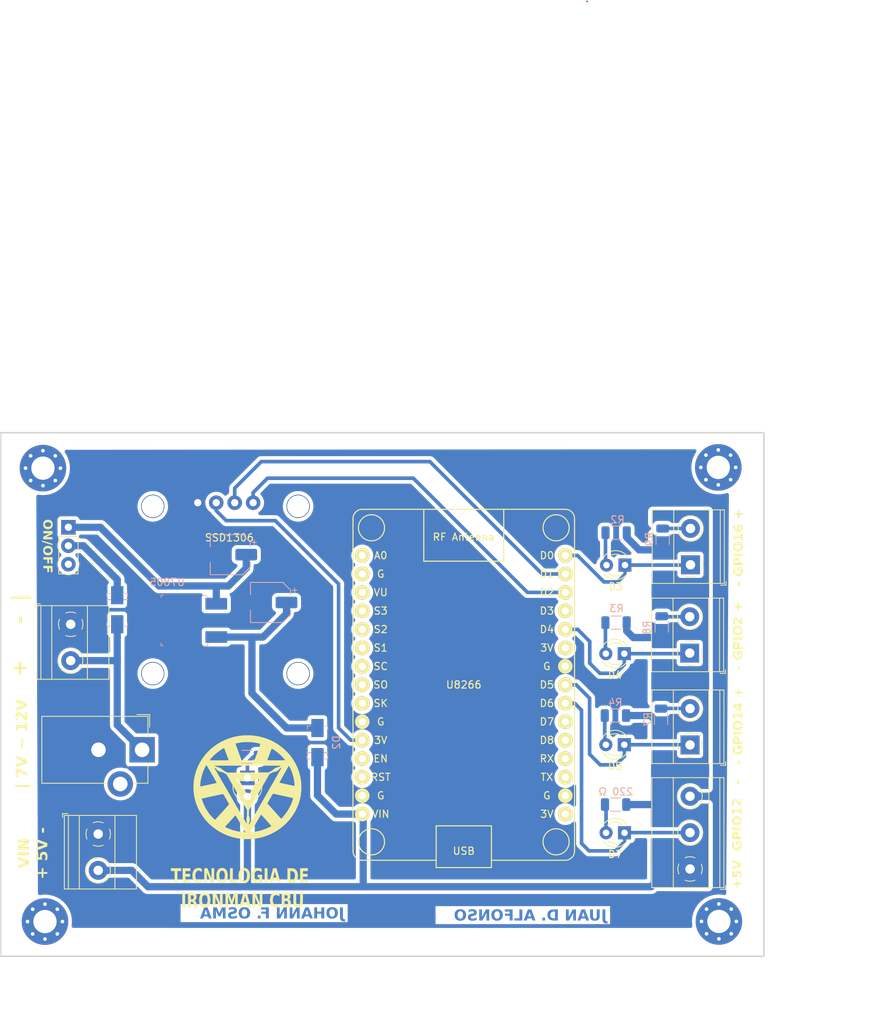
<source format=kicad_pcb>
(kicad_pcb (version 20221018) (generator pcbnew)
  (layers (0 "F.Cu" signal) (31 "B.Cu" signal) (34 "B.Paste" user) (35 "F.Paste" user) (36 "B.SilkS" user "B.Silkscreen") (37 "F.SilkS" user "F.Silkscreen") (38 "B.Mask" user) (39 "F.Mask" user) (44 "Edge.Cuts" user))
  (net 0 "")
  (net 1 "GND")
  (net 2 "+3.3V")
  (net 3 "SCL")
  (net 4 "SDA")
  (net 5 "VCC")
  (net 6 "+5V")
  (net 7 "DOUT")
  (net 8 "D4")
  (net 9 "D5")
  (net 10 "D6")
  (net 11 "Net-(D6-K)")
  (net 12 "VIN")
  (net 31 "Net-(J4-Pin_2)")
  (net 32 "Net-(J5-Pin_2)")
  (net 33 "Net-(J6-Pin_2)")
  (net 34 "Net-(D3-A)")
  (net 35 "Net-(D4-A)")
  (net 36 "Net-(D5-A)")
  (net 37 "Net-(D7-A)")
  (net 38 "D0")
  (footprint "LED_THT:LED_D3.0mm" (layer "F.Cu") (at 100.57 82.03 -90)
    (fp_text reference "D6" hide)
    (fp_text value "LED POWER" hide)
    (pad "1" thru_hole rect (at 0 0 270) (size 2 2) (drill 1) (layers "*.Cu" "*.Mask") (net 11 "Net-(D6-K)"))
    (pad "2" thru_hole circle (at 2.54 0 270) (size 2 2) (drill 1) (layers "*.Cu" "*.Mask") (net 6 "+5V"))
  )
  (footprint "TerminalBlock_Phoenix:TerminalBlock_Phoenix_MKDS-1,5-2_1x02_P5.00mm_Horizontal" (layer "F.Cu") (at 76.255 60.9 -90)
    (fp_text reference "J2" hide)
    (fp_text value "VIN" hide)
    (pad "1" thru_hole rect (at 0 0 270) (size 2.6 2.6) (drill 1.3) (layers "*.Cu" "*.Mask") (net 1 "GND"))
    (pad "2" thru_hole circle (at 5 0 270) (size 2.6 2.6) (drill 1.3) (layers "*.Cu" "*.Mask") (net 12 "VIN"))
  )
  (footprint "TerminalBlock_Phoenix:TerminalBlock_Phoenix_MKDS-1,5-2_1x02_P5.00mm_Horizontal" (layer "F.Cu") (at 161.43 64.86 90)
    (fp_text reference "J5" hide)
    (fp_text value "GPIO2" hide)
    (pad "1" thru_hole rect (at 0 0 90) (size 2.6 2.6) (drill 1.3) (layers "*.Cu" "*.Mask") (net 8 "D4"))
    (pad "2" thru_hole circle (at 5 0 90) (size 2.6 2.6) (drill 1.3) (layers "*.Cu" "*.Mask") (net 32 "Net-(J5-Pin_2)"))
  )
  (footprint "TerminalBlock_Phoenix:TerminalBlock_Phoenix_MKDS-1,5-3_1x03_P5.00mm_Horizontal" (layer "F.Cu") (at 161.47 94.55 90)
    (fp_text reference "J3" hide)
    (fp_text value "Screw_Terminal_01x03" hide)
    (pad "1" thru_hole rect (at 0 0 90) (size 2.6 2.6) (drill 1.3) (layers "*.Cu" "*.Mask") (net 6 "+5V"))
    (pad "2" thru_hole circle (at 5 0 90) (size 2.6 2.6) (drill 1.3) (layers "*.Cu" "*.Mask") (net 10 "D6"))
    (pad "3" thru_hole circle (at 10 0 90) (size 2.6 2.6) (drill 1.3) (layers "*.Cu" "*.Mask") (net 1 "GND"))
  )
  (footprint "MountingHole:MountingHole_3.2mm_M3_Pad_Via" (layer "F.Cu") (at 72.44 39.43)
    (fp_text reference "H3" hide)
    (fp_text value "MountingHole")
    (pad "1" thru_hole circle (at -2.4 0) (size 0.8 0.8) (drill 0.5) (layers "*.Cu" "*.Mask"))
    (pad "1" thru_hole circle (at -1.697056 -1.697056) (size 0.8 0.8) (drill 0.5) (layers "*.Cu" "*.Mask"))
    (pad "1" thru_hole circle (at -1.697056 1.697056) (size 0.8 0.8) (drill 0.5) (layers "*.Cu" "*.Mask"))
    (pad "1" thru_hole circle (at 0 -2.4) (size 0.8 0.8) (drill 0.5) (layers "*.Cu" "*.Mask"))
    (pad "1" thru_hole circle (at 0 0) (size 6.4 6.4) (drill 3.2) (layers "*.Cu" "*.Mask"))
    (pad "1" thru_hole circle (at 0 2.4) (size 0.8 0.8) (drill 0.5) (layers "*.Cu" "*.Mask"))
    (pad "1" thru_hole circle (at 1.697056 -1.697056) (size 0.8 0.8) (drill 0.5) (layers "*.Cu" "*.Mask"))
    (pad "1" thru_hole circle (at 1.697056 1.697056) (size 0.8 0.8) (drill 0.5) (layers "*.Cu" "*.Mask"))
    (pad "1" thru_hole circle (at 2.4 0) (size 0.8 0.8) (drill 0.5) (layers "*.Cu" "*.Mask"))
  )
  (footprint "Connector_PinHeader_2.54mm:PinHeader_1x03_P2.54mm_Vertical" (layer "F.Cu") (at 75.94 47.56)
    (fp_text reference "SW1" hide)
    (fp_text value "SWICH" hide)
    (pad "1" thru_hole rect (at 0 0) (size 2 2) (drill 1) (layers "*.Cu" "*.Mask") (net 5 "VCC"))
    (pad "2" thru_hole circle (at 0 2.54) (size 2 2) (drill 1) (layers "*.Cu" "*.Mask") (net 7 "DOUT"))
    (pad "3" thru_hole circle (at 0 5.08) (size 2 2) (drill 1) (layers "*.Cu" "*.Mask"))
  )
  (footprint "LED_THT:LED_D3.0mm_FlatTop" (layer "F.Cu") (at 152.455 89.57 180)
    (fp_text reference "D7" (at 1.27 -2.96) (layer "F.SilkS"))
    (fp_text value "LED COMANDOS")
    (pad "1" thru_hole rect (at 0 0 180) (size 1.8 1.8) (drill 0.9) (layers "*.Cu" "*.Mask") (net 10 "D6"))
    (pad "2" thru_hole circle (at 2.54 0 180) (size 1.8 1.8) (drill 0.9) (layers "*.Cu" "*.Mask") (net 37 "Net-(D7-A)"))
  )
  (footprint "FootPrints oled:OLED" (layer "F.Cu") (at 97.55 44.68)
    (fp_text reference "Brd1" hide)
    (fp_text value "SSD1306" (at 0.54 4.31) (layer "F.SilkS"))
    (pad "" np_thru_hole circle (at -10 0) (size 3.2 3.2) (drill 3) (layers "*.Cu" "*.Mask"))
    (pad "" np_thru_hole circle (at -10 23) (size 3.2 3.2) (drill 3) (layers "*.Cu" "*.Mask"))
    (pad "" np_thru_hole circle (at 10 0) (size 3.2 3.2) (drill 3) (layers "*.Cu" "*.Mask"))
    (pad "" np_thru_hole circle (at 10 23) (size 3.2 3.2) (drill 3) (layers "*.Cu" "*.Mask"))
    (pad "1" thru_hole circle (at -3.81 -0.5) (size 2 2) (drill 1) (layers "*.Cu" "*.Mask") (net 1 "GND"))
    (pad "2" thru_hole circle (at -1.27 -0.5) (size 2 2) (drill 1) (layers "*.Cu" "*.Mask") (net 2 "+3.3V"))
    (pad "3" thru_hole circle (at 1.27 -0.5) (size 2 2) (drill 1) (layers "*.Cu" "*.Mask") (net 3 "SCL"))
    (pad "4" thru_hole circle (at 3.81 -0.5) (size 2 2) (drill 1) (layers "*.Cu" "*.Mask") (net 4 "SDA"))
  )
  (footprint "TerminalBlock_Phoenix:TerminalBlock_Phoenix_MKDS-1,5-2_1x02_P5.00mm_Horizontal" (layer "F.Cu") (at 80.041836 89.739885 -90)
    (fp_text reference "J7" hide)
    (fp_text value "VIN" hide)
    (pad "1" thru_hole rect (at 0 0 270) (size 2.6 2.6) (drill 1.3) (layers "*.Cu" "*.Mask") (net 1 "GND"))
    (pad "2" thru_hole circle (at 5 0 270) (size 2.6 2.6) (drill 1.3) (layers "*.Cu" "*.Mask") (net 6 "+5V"))
  )
  (footprint "MountingHole:MountingHole_3.2mm_M3_Pad_Via" (layer "F.Cu") (at 72.72 101.78)
    (fp_text reference "H4" hide)
    (fp_text value "MountingHole")
    (pad "1" thru_hole circle (at -2.4 0) (size 0.8 0.8) (drill 0.5) (layers "*.Cu" "*.Mask"))
    (pad "1" thru_hole circle (at -1.697056 -1.697056) (size 0.8 0.8) (drill 0.5) (layers "*.Cu" "*.Mask"))
    (pad "1" thru_hole circle (at -1.697056 1.697056) (size 0.8 0.8) (drill 0.5) (layers "*.Cu" "*.Mask"))
    (pad "1" thru_hole circle (at 0 -2.4) (size 0.8 0.8) (drill 0.5) (layers "*.Cu" "*.Mask"))
    (pad "1" thru_hole circle (at 0 0) (size 6.4 6.4) (drill 3.2) (layers "*.Cu" "*.Mask"))
    (pad "1" thru_hole circle (at 0 2.4) (size 0.8 0.8) (drill 0.5) (layers "*.Cu" "*.Mask"))
    (pad "1" thru_hole circle (at 1.697056 -1.697056) (size 0.8 0.8) (drill 0.5) (layers "*.Cu" "*.Mask"))
    (pad "1" thru_hole circle (at 1.697056 1.697056) (size 0.8 0.8) (drill 0.5) (layers "*.Cu" "*.Mask"))
    (pad "1" thru_hole circle (at 2.4 0) (size 0.8 0.8) (drill 0.5) (layers "*.Cu" "*.Mask"))
  )
  (footprint "MountingHole:MountingHole_3.2mm_M3_Pad_Via" (layer "F.Cu") (at 165.44 101.76)
    (fp_text reference "H1" hide)
    (fp_text value "MountingHole")
    (pad "1" thru_hole circle (at -2.4 0) (size 0.8 0.8) (drill 0.5) (layers "*.Cu" "*.Mask"))
    (pad "1" thru_hole circle (at -1.697056 -1.697056) (size 0.8 0.8) (drill 0.5) (layers "*.Cu" "*.Mask"))
    (pad "1" thru_hole circle (at -1.697056 1.697056) (size 0.8 0.8) (drill 0.5) (layers "*.Cu" "*.Mask"))
    (pad "1" thru_hole circle (at 0 -2.4) (size 0.8 0.8) (drill 0.5) (layers "*.Cu" "*.Mask"))
    (pad "1" thru_hole circle (at 0 0) (size 6.4 6.4) (drill 3.2) (layers "*.Cu" "*.Mask"))
    (pad "1" thru_hole circle (at 0 2.4) (size 0.8 0.8) (drill 0.5) (layers "*.Cu" "*.Mask"))
    (pad "1" thru_hole circle (at 1.697056 -1.697056) (size 0.8 0.8) (drill 0.5) (layers "*.Cu" "*.Mask"))
    (pad "1" thru_hole circle (at 1.697056 1.697056) (size 0.8 0.8) (drill 0.5) (layers "*.Cu" "*.Mask"))
    (pad "1" thru_hole circle (at 2.4 0) (size 0.8 0.8) (drill 0.5) (layers "*.Cu" "*.Mask"))
  )
  (footprint "TerminalBlock_Phoenix:TerminalBlock_Phoenix_MKDS-1,5-2_1x02_P5.00mm_Horizontal" (layer "F.Cu") (at 161.53 52.72 90)
    (fp_text reference "J6" hide)
    (fp_text value "GPIO0" hide)
    (pad "1" thru_hole rect (at 0 0 90) (size 2.6 2.6) (drill 1.3) (layers "*.Cu" "*.Mask") (net 38 "D0"))
    (pad "2" thru_hole circle (at 5 0 90) (size 2.6 2.6) (drill 1.3) (layers "*.Cu" "*.Mask") (net 33 "Net-(J6-Pin_2)"))
  )
  (footprint "logo:REACMEDIM" (layer "F.Cu") (at 100.57 83.305)
    (fp_text reference "G***" hide)
    (fp_text value "LOGO" hide)
  )
  (footprint "Connector_BarrelJack:BarrelJack_CUI_PJ-102AH_Horizontal" (layer "F.Cu") (at 86.08 78.16 -90)
    (fp_text reference "J1" hide)
    (fp_text value "VIN")
    (pad "1" thru_hole rect (at 0 0 270) (size 3.5 3.5) (drill 2) (layers "*.Cu" "*.Mask" "B.Paste") (net 12 "VIN"))
    (pad "2" thru_hole circle (at 0 6 270) (size 3.5 3.5) (drill 2) (layers "*.Cu" "*.Mask") (net 1 "GND"))
    (pad "3" thru_hole circle (at 4.7 3 270) (size 3.5 3.5) (drill 2) (layers "*.Cu" "*.Mask"))
  )
  (footprint "LED_THT:LED_D3.0mm" (layer "F.Cu") (at 152.515 52.76 180)
    (fp_text reference "D3" (at 1.27 -2.96) (layer "F.SilkS"))
    (fp_text value "LED COMANDOS" hide)
    (pad "1" thru_hole rect (at 0 0 180) (size 1.8 1.8) (drill 0.9) (layers "*.Cu" "*.Mask") (net 38 "D0"))
    (pad "2" thru_hole circle (at 2.54 0 180) (size 1.8 1.8) (drill 0.9) (layers "*.Cu" "*.Mask") (net 34 "Net-(D3-A)"))
  )
  (footprint "MountingHole:MountingHole_3.2mm_M3_Pad_Via" (layer "F.Cu") (at 165.357056 39.327056)
    (fp_text reference "H2" hide)
    (fp_text value "MountingHole")
    (pad "1" thru_hole circle (at -2.4 0) (size 0.8 0.8) (drill 0.5) (layers "*.Cu" "*.Mask"))
    (pad "1" thru_hole circle (at -1.697056 -1.697056) (size 0.8 0.8) (drill 0.5) (layers "*.Cu" "*.Mask"))
    (pad "1" thru_hole circle (at -1.697056 1.697056) (size 0.8 0.8) (drill 0.5) (layers "*.Cu" "*.Mask"))
    (pad "1" thru_hole circle (at 0 -2.4) (size 0.8 0.8) (drill 0.5) (layers "*.Cu" "*.Mask"))
    (pad "1" thru_hole circle (at 0 0) (size 6.4 6.4) (drill 3.2) (layers "*.Cu" "*.Mask"))
    (pad "1" thru_hole circle (at 0 2.4) (size 0.8 0.8) (drill 0.5) (layers "*.Cu" "*.Mask"))
    (pad "1" thru_hole circle (at 1.697056 -1.697056) (size 0.8 0.8) (drill 0.5) (layers "*.Cu" "*.Mask"))
    (pad "1" thru_hole circle (at 1.697056 1.697056) (size 0.8 0.8) (drill 0.5) (layers "*.Cu" "*.Mask"))
    (pad "1" thru_hole circle (at 2.4 0) (size 0.8 0.8) (drill 0.5) (layers "*.Cu" "*.Mask"))
  )
  (footprint "TerminalBlock_Phoenix:TerminalBlock_Phoenix_MKDS-1,5-2_1x02_P5.00mm_Horizontal" (layer "F.Cu") (at 161.47 77.49 90)
    (fp_text reference "J4" hide)
    (fp_text value "GPIO14" hide)
    (pad "1" thru_hole rect (at 0 0 90) (size 2.6 2.6) (drill 1.3) (layers "*.Cu" "*.Mask") (net 9 "D5"))
    (pad "2" thru_hole circle (at 5 0 90) (size 2.6 2.6) (drill 1.3) (layers "*.Cu" "*.Mask") (net 31 "Net-(J4-Pin_2)"))
  )
  (footprint "LED_THT:LED_D3.0mm" (layer "F.Cu") (at 152.425 64.94 180)
    (fp_text reference "D4" (at 1.27 -2.96) (layer "F.SilkS"))
    (fp_text value "LED COMANDOS" hide)
    (pad "1" thru_hole rect (at 0 0 180) (size 1.8 1.8) (drill 0.9) (layers "*.Cu" "*.Mask") (net 8 "D4"))
    (pad "2" thru_hole circle (at 2.54 0 180) (size 1.8 1.8) (drill 0.9) (layers "*.Cu" "*.Mask") (net 35 "Net-(D4-A)"))
  )
  (footprint "ESP8266:NodeMCU1.0(12-E)" (layer "F.Cu") (at 130.34 69.22)
    (fp_text reference "U8266" (at 0 0) (layer "F.SilkS"))
    (fp_text value "NodeMCU1.0(ESP-12E)")
    (fp_text user "D7" (at 11.43 5.08) (layer "F.SilkS"))
    (fp_text user "TX" (at 11.43 12.7) (layer "F.SilkS"))
    (fp_text user "S1" (at -11.43 -5.08) (layer "F.SilkS"))
    (fp_text user "G" (at -11.43 -15.24) (layer "F.SilkS"))
    (fp_text user "VIN" (at -11.43 17.78) (layer "F.SilkS"))
    (fp_text user "3V" (at 11.43 17.78) (layer "F.SilkS"))
    (fp_text user "SC" (at -11.43 -2.54) (layer "F.SilkS"))
    (fp_text user "RST" (at -11.43 12.7) (layer "F.SilkS"))
    (fp_text user "D2" (at 11.43 -12.7) (layer "F.SilkS"))
    (fp_text user "G" (at -11.43 5.08) (layer "F.SilkS"))
    (fp_text user "EN" (at -11.43 10.16) (layer "F.SilkS"))
    (fp_text user "S2" (at -11.43 -7.62) (layer "F.SilkS"))
    (fp_text user "D1" (at 11.43 -15.24) (layer "F.SilkS"))
    (fp_text user "D4" (at 11.43 -7.62) (layer "F.SilkS"))
    (fp_text user "SK" (at -11.43 2.54) (layer "F.SilkS"))
    (fp_text user "G" (at 11.43 -2.54) (layer "F.SilkS"))
    (fp_text user "S3" (at -11.43 -10.16) (layer "F.SilkS"))
    (fp_text user "D0" (at 11.43 -17.78) (layer "F.SilkS"))
    (fp_text user "A0" (at -11.43 -17.78) (layer "F.SilkS"))
    (fp_text user "D6" (at 11.43 2.54) (layer "F.SilkS"))
    (fp_text user "D8" (at 11.43 7.62) (layer "F.SilkS"))
    (fp_text user "RF Antenna" (at 0 -20.32) (layer "F.SilkS"))
    (fp_text user "D5" (at 11.43 0) (layer "F.SilkS"))
    (fp_text user "D3" (at 11.43 -10.16) (layer "F.SilkS"))
    (fp_text user "USB" (at 0 22.86) (layer "F.SilkS"))
    (fp_text user "3V" (at 11.43 -5.08) (layer "F.SilkS"))
    (fp_text user "G" (at -11.43 15.24) (layer "F.SilkS"))
    (fp_text user "RX" (at 11.43 10.16) (layer "F.SilkS"))
    (fp_text user "SO" (at -11.43 0) (layer "F.SilkS"))
    (fp_text user "VU" (at -11.43 -12.7) (layer "F.SilkS"))
    (fp_text user "G" (at 11.43 15.24) (layer "F.SilkS"))
    (fp_text user "3V" (at -11.43 7.62) (layer "F.SilkS"))
    (pad "1" thru_hole circle (at -13.97 -17.78) (size 2 2) (drill 1) (layers "*.Cu" "*.Mask" "F.SilkS"))
    (pad "2" thru_hole circle (at -13.97 -15.24) (size 2 2) (drill 1) (layers "*.Cu" "*.Mask" "F.SilkS"))
    (pad "3" thru_hole circle (at -13.97 -12.7) (size 2 2) (drill 1) (layers "*.Cu" "*.Mask" "F.SilkS"))
    (pad "4" thru_hole circle (at -13.97 -10.16) (size 2 2) (drill 1) (layers "*.Cu" "*.Mask" "F.SilkS"))
    (pad "5" thru_hole circle (at -13.97 -7.62) (size 2 2) (drill 1) (layers "*.Cu" "*.Mask" "F.SilkS"))
    (pad "6" thru_hole circle (at -13.97 -5.08) (size 2 2) (drill 1) (layers "*.Cu" "*.Mask" "F.SilkS"))
    (pad "7" thru_hole circle (at -13.97 -2.54) (size 2 2) (drill 1) (layers "*.Cu" "*.Mask" "F.SilkS"))
    (pad "8" thru_hole circle (at -13.97 0) (size 2 2) (drill 1) (layers "*.Cu" "*.Mask" "F.SilkS"))
    (pad "9" thru_hole circle (at -13.97 2.54) (size 2 2) (drill 1) (layers "*.Cu" "*.Mask" "F.SilkS"))
    (pad "10" thru_hole circle (at -13.97 5.08) (size 2 2) (drill 1) (layers "*.Cu" "*.Mask" "F.SilkS") (net 1 "GND"))
    (pad "11" thru_hole circle (at -13.97 7.62) (size 2 2) (drill 1) (layers "*.Cu" "*.Mask" "F.SilkS") (net 2 "+3.3V"))
    (pad "12" thru_hole circle (at -13.97 10.16) (size 2 2) (drill 1) (layers "*.Cu" "*.Mask" "F.SilkS"))
    (pad "13" thru_hole circle (at -13.97 12.7) (size 2 2) (drill 1) (layers "*.Cu" "*.Mask" "F.SilkS"))
    (pad "14" thru_hole circle (at -13.97 15.24) (size 2 2) (drill 1) (layers "*.Cu" "*.Mask" "F.SilkS") (net 1 "GND"))
    (pad "15" thru_hole circle (at -13.97 17.78) (size 2 2) (drill 1) (layers "*.Cu" "*.Mask" "F.SilkS") (net 6 "+5V"))
    (pad "16" thru_hole circle (at 13.97 17.78) (size 2 2) (drill 1) (layers "*.Cu" "*.Mask" "F.SilkS"))
    (pad "17" thru_hole circle (at 13.97 15.24) (size 2 2) (drill 1) (layers "*.Cu" "*.Mask" "F.SilkS") (net 1 "GND"))
    (pad "18" thru_hole circle (at 13.97 12.7) (size 2 2) (drill 1) (layers "*.Cu" "*.Mask" "F.SilkS"))
    (pad "19" thru_hole circle (at 13.97 10.16) (size 2 2) (drill 1) (layers "*.Cu" "*.Mask" "F.SilkS"))
    (pad "20" thru_hole circle (at 13.97 7.62) (size 2 2) (drill 1) (layers "*.Cu" "*.Mask" "F.SilkS"))
    (pad "21" thru_hole circle (at 13.97 5.08) (size 2 2) (drill 1) (layers "*.Cu" "*.Mask" "F.SilkS"))
    (pad "22" thru_hole circle (at 13.97 2.54) (size 2 2) (drill 1) (layers "*.Cu" "*.Mask" "F.SilkS") (net 10 "D6"))
    (pad "23" thru_hole circle (at 13.97 0) (size 2 2) (drill 1) (layers "*.Cu" "*.Mask" "F.SilkS") (net 9 "D5"))
    (pad "24" thru_hole circle (at 13.97 -2.54) (size 2 2) (drill 1) (layers "*.Cu" "*.Mask" "F.SilkS") (net 1 "GND"))
    (pad "25" thru_hole circle (at 13.97 -5.08) (size 2 2) (drill 1) (layers "*.Cu" "*.Mask" "F.SilkS"))
    (pad "26" thru_hole circle (at 13.97 -7.62) (size 2 2) (drill 1) (layers "*.Cu" "*.Mask" "F.SilkS") (net 8 "D4"))
    (pad "27" thru_hole circle (at 13.97 -10.16) (size 2 2) (drill 1) (layers "*.Cu" "*.Mask" "F.SilkS"))
    (pad "28" thru_hole circle (at 13.97 -12.7) (size 2 2) (drill 1) (layers "*.Cu" "*.Mask" "F.SilkS") (net 4 "SDA"))
    (pad "29" thru_hole circle (at 13.97 -15.24) (size 2 2) (drill 1) (layers "*.Cu" "*.Mask" "F.SilkS") (net 3 "SCL"))
    (pad "30" thru_hole circle (at 13.97 -17.78) (size 2 2) (drill 1) (layers "*.Cu" "*.Mask" "F.SilkS") (net 38 "D0"))
  )
  (footprint "LED_THT:LED_D3.0mm" (layer "F.Cu") (at 152.425 77.46 180)
    (fp_text reference "D5" (at 1.27 -2.96) (layer "F.SilkS"))
    (fp_text value "LED COMANDOS" hide)
    (pad "1" thru_hole rect (at 0 0 180) (size 1.8 1.8) (drill 0.9) (layers "*.Cu" "*.Mask") (net 9 "D5"))
    (pad "2" thru_hole circle (at 2.54 0 180) (size 1.8 1.8) (drill 0.9) (layers "*.Cu" "*.Mask") (net 36 "Net-(D5-A)"))
  )
  (footprint "Resistor_SMD:R_1206_3216Metric" (layer "B.Cu") (at 157.48 73.96 -90)
    (fp_text reference "R7" (at 0 1.82 90) (layer "B.SilkS") (effects (justify mirror)))
    (fp_text value "220 Ω")
    (pad "1" smd roundrect (at -1.4625 0 270) (size 1.125 1.75) (layers "B.Cu" "B.Paste" "B.Mask") (roundrect_rratio 0.2222222222) (net 31 "Net-(J4-Pin_2)"))
    (pad "2" smd roundrect (at 1.4625 0 270) (size 1.125 1.75) (layers "B.Cu" "B.Paste" "B.Mask") (roundrect_rratio 0.2222222222) (net 6 "+5V"))
  )
  (footprint "Capacitor_SMD:CP_Elec_5x5.9" (layer "B.Cu") (at 103.75 57.9 180)
    (fp_text reference "C2" hide)
    (fp_text value "0.1 uF")
    (pad "1" smd roundrect (at -2.2 0 180) (size 3 1.6) (layers "B.Cu" "B.Paste" "B.Mask") (roundrect_rratio 0.15625) (net 6 "+5V"))
    (pad "2" smd roundrect (at 2.2 0 180) (size 3 1.6) (layers "B.Cu" "B.Paste" "B.Mask") (roundrect_rratio 0.15625) (net 1 "GND"))
  )
  (footprint "digikey-footprints:DO-214AC" (layer "B.Cu") (at 82.66 58.9 -90)
    (fp_text reference "D1" hide)
    (fp_text value "DIODE +5V")
    (pad "1" smd rect (at 2 0 270) (size 2.5 1.7) (layers "B.Cu" "B.Paste" "B.Mask") (net 12 "VIN"))
    (pad "2" smd rect (at -2 0 270) (size 2.5 1.7) (layers "B.Cu" "B.Paste" "B.Mask") (net 7 "DOUT"))
  )
  (footprint "Resistor_SMD:R_1206_3216Metric" (layer "B.Cu") (at 100.5325 79.145 180)
    (fp_text reference "R5" hide)
    (fp_text value "220 Ω" hide)
    (pad "1" smd roundrect (at -1.4625 0 180) (size 1.125 1.75) (layers "B.Cu" "B.Paste" "B.Mask") (roundrect_rratio 0.2222222222) (net 11 "Net-(D6-K)"))
    (pad "2" smd roundrect (at 1.4625 0 180) (size 1.125 1.75) (layers "B.Cu" "B.Paste" "B.Mask") (roundrect_rratio 0.2222222222) (net 1 "GND"))
  )
  (footprint "Capacitor_SMD:CP_Elec_5x5.9" (layer "B.Cu") (at 98.21 51.32 180)
    (fp_text reference "C1" hide)
    (fp_text value "0.33 uF")
    (pad "1" smd roundrect (at -2.2 0 180) (size 3 1.6) (layers "B.Cu" "B.Paste" "B.Mask") (roundrect_rratio 0.15625) (net 5 "VCC"))
    (pad "2" smd roundrect (at 2.2 0 180) (size 3 1.6) (layers "B.Cu" "B.Paste" "B.Mask") (roundrect_rratio 0.15625) (net 1 "GND"))
  )
  (footprint "Resistor_SMD:R_1206_3216Metric" (layer "B.Cu") (at 151.3 48.3)
    (fp_text reference "R2" (at 0.19 -1.79) (layer "B.SilkS") (effects (justify mirror)))
    (fp_text value "220 Ω")
    (pad "1" smd roundrect (at -1.4625 0) (size 1.125 1.75) (layers "B.Cu" "B.Paste" "B.Mask") (roundrect_rratio 0.2222222222) (net 34 "Net-(D3-A)"))
    (pad "2" smd roundrect (at 1.4625 0) (size 1.125 1.75) (layers "B.Cu" "B.Paste" "B.Mask") (roundrect_rratio 0.2222222222) (net 6 "+5V"))
  )
  (footprint "Resistor_SMD:R_1206_3216Metric" (layer "B.Cu") (at 157.7 49.2 -90)
    (fp_text reference "R9" (at 0 1.82 90) (layer "B.SilkS") (effects (justify mirror)))
    (fp_text value "220 Ω")
    (pad "1" smd roundrect (at -1.4625 0 270) (size 1.125 1.75) (layers "B.Cu" "B.Paste" "B.Mask") (roundrect_rratio 0.2222222222) (net 33 "Net-(J6-Pin_2)"))
    (pad "2" smd roundrect (at 1.4625 0 270) (size 1.125 1.75) (layers "B.Cu" "B.Paste" "B.Mask") (roundrect_rratio 0.2222222222) (net 6 "+5V"))
  )
  (footprint "Resistor_SMD:R_1206_3216Metric" (layer "B.Cu") (at 151.29 60.67)
    (fp_text reference "R3" (at 0.07 -1.95) (layer "B.SilkS") (effects (justify mirror)))
    (fp_text value "220 Ω")
    (pad "1" smd roundrect (at -1.4625 0) (size 1.125 1.75) (layers "B.Cu" "B.Paste" "B.Mask") (roundrect_rratio 0.2222222222) (net 35 "Net-(D4-A)"))
    (pad "2" smd roundrect (at 1.4625 0) (size 1.125 1.75) (layers "B.Cu" "B.Paste" "B.Mask") (roundrect_rratio 0.2222222222) (net 6 "+5V"))
  )
  (footprint "Resistor_SMD:R_1206_3216Metric" (layer "B.Cu") (at 157.57 61.26 -90)
    (fp_text reference "R8" hide)
    (fp_text value "220 Ω" hide)
    (pad "1" smd roundrect (at -1.4625 0 270) (size 1.125 1.75) (layers "B.Cu" "B.Paste" "B.Mask") (roundrect_rratio 0.2222222222) (net 32 "Net-(J5-Pin_2)"))
    (pad "2" smd roundrect (at 1.4625 0 270) (size 1.125 1.75) (layers "B.Cu" "B.Paste" "B.Mask") (roundrect_rratio 0.2222222222) (net 6 "+5V"))
  )
  (footprint "digikey-footprints:DO-214AC" (layer "B.Cu") (at 110.21 77.16 90)
    (fp_text reference "D2" (at 0 2.6 90) (layer "B.SilkS") (effects (justify mirror)))
    (fp_text value "DIODE +5V")
    (pad "1" smd rect (at 2 0 90) (size 2.5 1.7) (layers "B.Cu" "B.Paste" "B.Mask") (net 6 "+5V"))
    (pad "2" smd rect (at -2 0 90) (size 2.5 1.7) (layers "B.Cu" "B.Paste" "B.Mask") (net 6 "+5V"))
  )
  (footprint "Resistor_SMD:R_1206_3216Metric" (layer "B.Cu") (at 151.2 73.45)
    (fp_text reference "R4" (at -0.01 -1.81) (layer "B.SilkS") (effects (justify mirror)))
    (fp_text value "220 Ω")
    (pad "1" smd roundrect (at -1.4625 0) (size 1.125 1.75) (layers "B.Cu" "B.Paste" "B.Mask") (roundrect_rratio 0.2222222222) (net 36 "Net-(D5-A)"))
    (pad "2" smd roundrect (at 1.4625 0) (size 1.125 1.75) (layers "B.Cu" "B.Paste" "B.Mask") (roundrect_rratio 0.2222222222) (net 6 "+5V"))
  )
  (footprint "Resistor_SMD:R_1206_3216Metric" (layer "B.Cu") (at 151.23 85.69)
    (fp_text reference "R1" hide)
    (fp_text value "220 Ω" (at 0.02 -1.77) (layer "B.SilkS") (effects (justify mirror)))
    (pad "1" smd roundrect (at -1.4625 0) (size 1.125 1.75) (layers "B.Cu" "B.Paste" "B.Mask") (roundrect_rratio 0.2222222222) (net 37 "Net-(D7-A)"))
    (pad "2" smd roundrect (at 1.4625 0) (size 1.125 1.75) (layers "B.Cu" "B.Paste" "B.Mask") (roundrect_rratio 0.2222222222) (net 6 "+5V"))
  )
  (footprint "digikey-footprints:TO-252-3" (layer "B.Cu") (at 92.21 60.37 180)
    (fp_text reference "U7805" (at 2.68 5.25) (layer "B.SilkS") (effects (justify mirror)))
    (fp_text value "MC7805BDTRKG" hide)
    (pad "1" smd rect (at -4.08 2.285) (size 3 1.6) (layers "B.Cu" "B.Paste" "B.Mask") (net 5 "VCC"))
    (pad "3" smd rect (at -4.08 -2.285) (size 3 1.6) (layers "B.Cu" "B.Paste" "B.Mask") (net 6 "+5V"))
    (pad "4" smd rect (at 3.09 0) (size 6.2 5.8) (layers "B.Cu" "B.Paste" "B.Mask") (net 1 "GND"))
  )
  (gr_rect (start 147.31 -24.85) (end 147.31 -24.74) (stroke (width 0.2)) (fill none) (layer "F.Cu"))
  (gr_rect (start 66.63 34.55) (end 171.63 106.55) (stroke (width 0.2)) (fill none) (layer "Edge.Cuts"))
  (gr_text "JOHANN F. OSMA" (at 113.9 101.61) (layer "B.Cu") (effects (font (size 1.5 1.5) (thickness 0.3) bold) (justify left bottom mirror)))
  (gr_text "JUAN D. ALFONSO" (at 150.01 101.89) (layer "B.Cu") (effects (font (size 1.5 1.5) (thickness 0.3) bold) (justify left bottom mirror)))
  (gr_text "R8\n" (at 155.54 61.36 90) (layer "B.SilkS") (effects (font (size 1 1)) (justify mirror)))
  (gr_text "| 7V ~ 12V " (at 69.61 76.99 90) (layer "F.SilkS") (effects (font (size 1.5 1.5) (thickness 0.25) bold)))
  (gr_text "TECNOLOGIA DE \nIRONMAN CBU" (at 99.91 100.18) (layer "F.SilkS") (effects (font (size 2 1.5) (thickness 0.375) bold) (justify bottom)))
  (gr_text "- GPIO14 +" (at 168.15 74.92 90) (layer "F.SilkS") (effects (font (size 1.25 1.25) (thickness 0.2) bold)))
  (gr_text "VIN\n+ 5V -\n" (at 71.16 92.39 90) (layer "F.SilkS") (effects (font (size 1.5 1.5) (thickness 0.25) bold)))
  (gr_text "- GPIO2 +" (at 168.14 62.48 90) (layer "F.SilkS") (effects (font (size 1.25 1.25) (thickness 0.2) bold)))
  (gr_text "+     -  |" (at 69.33 62.4 90) (layer "F.SilkS") (effects (font (size 2 2) (thickness 0.25) bold)))
  (gr_text "+5V  GPIO12   -" (at 168.02 89.76 90) (layer "F.SilkS") (effects (font (size 1.25 1.25) (thickness 0.2) bold)))
  (gr_text "ON/OFF\n" (at 73.01 50.165 -90) (layer "F.SilkS") (effects (font (size 1.25 1.25) (thickness 0.2) bold)))
  (gr_text "- GPIO16 +" (at 168.2 50.36 90) (layer "F.SilkS") (effects (font (size 1.25 1.25) (thickness 0.2) bold)))
  (segment (start 161.3525 84.7075) (end 161.49 84.57) (width 0.5) (layer "B.Cu") (net 1))
  (segment (start 161.47 84.55) (end 165.12 84.55) (width 1) (layer "B.Cu") (net 1))
  (segment (start 97.65 46.65) (end 104.42 46.65) (width 0.5) (layer "B.Cu") (net 2))
  (segment (start 96.28 44.18) (end 96.28 45.28) (width 0.5) (layer "B.Cu") (net 2))
  (segment (start 114.8 76.84) (end 116.37 76.84) (width 0.5) (layer "B.Cu") (net 2))
  (segment (start 113.12 55.35) (end 113.12 75.16) (width 0.5) (layer "B.Cu") (net 2))
  (segment (start 96.28 45.28) (end 97.65 46.65) (width 0.5) (layer "B.Cu") (net 2))
  (segment (start 113.12 75.16) (end 114.8 76.84) (width 0.5) (layer "B.Cu") (net 2))
  (segment (start 104.42 46.65) (end 113.12 55.35) (width 0.5) (layer "B.Cu") (net 2))
  (segment (start 102.48 38.53) (end 98.82 42.19) (width 0.5) (layer "B.Cu") (net 3))
  (segment (start 98.82 42.19) (end 98.82 44.18) (width 0.5) (layer "B.Cu") (net 3))
  (segment (start 125.67 38.53) (end 102.48 38.53) (width 0.5) (layer "B.Cu") (net 3))
  (segment (start 144.31 53.98) (end 141.12 53.98) (width 0.5) (layer "B.Cu") (net 3))
  (segment (start 141.12 53.98) (end 125.67 38.53) (width 0.5) (layer "B.Cu") (net 3))
  (segment (start 101.36 44.18) (end 101.36 42.79) (width 0.5) (layer "B.Cu") (net 4))
  (segment (start 101.36 42.79) (end 103.34 40.81) (width 0.5) (layer "B.Cu") (net 4))
  (segment (start 139.1 56.52) (end 144.31 56.52) (width 0.5) (layer "B.Cu") (net 4))
  (segment (start 123.39 40.81) (end 139.1 56.52) (width 0.5) (layer "B.Cu") (net 4))
  (segment (start 103.34 40.81) (end 123.39 40.81) (width 0.5) (layer "B.Cu") (net 4))
  (segment (start 100.41 53.18) (end 97.96 55.63) (width 1) (layer "B.Cu") (net 5))
  (segment (start 88.42 55.63) (end 80.35 47.56) (width 1) (layer "B.Cu") (net 5))
  (segment (start 96.29 55.72) (end 96.29 58.085) (width 1) (layer "B.Cu") (net 5))
  (segment (start 80.35 47.56) (end 75.94 47.56) (width 1) (layer "B.Cu") (net 5))
  (segment (start 97.96 55.63) (end 88.42 55.63) (width 1) (layer "B.Cu") (net 5))
  (segment (start 100.41 51.32) (end 100.41 53.18) (width 1) (layer "B.Cu") (net 5))
  (segment (start 100.57 84.57) (end 100.57 96.65) (width 1) (layer "B.Cu") (net 6))
  (segment (start 116.37 87) (end 116.03 87.34) (width 1) (layer "B.Cu") (net 6))
  (segment (start 156.03 73.45) (end 157.48 74.9) (width 1) (layer "B.Cu") (net 6))
  (segment (start 112.78 87) (end 110.21 84.43) (width 1) (layer "B.Cu") (net 6))
  (segment (start 105.96 75.16) (end 110.21 75.16) (width 1) (layer "B.Cu") (net 6))
  (segment (start 101.195 62.655) (end 101.195 70.395) (width 1) (layer "B.Cu") (net 6))
  (segment (start 84.649885 94.739885) (end 86.9 96.99) (width 1) (layer "B.Cu") (net 6))
  (segment (start 152.6925 85.69) (end 156.87 85.69) (width 1) (layer "B.Cu") (net 6))
  (segment (start 110.21 84.43) (end 110.21 79.16) (width 1) (layer "B.Cu") (net 6))
  (segment (start 100.91 96.99) (end 116.39 96.99) (width 1) (layer "B.Cu") (net 6))
  (segment (start 101.195 62.655) (end 96.29 62.655) (width 1) (layer "B.Cu") (net 6))
  (segment (start 152.6625 73.45) (end 156.03 73.45) (width 1) (layer "B.Cu") (net 6))
  (segment (start 86.9 96.99) (end 100.91 96.99) (width 1) (layer "B.Cu") (net 6))
  (segment (start 80.041836 94.739885) (end 84.649885 94.739885) (width 1) (layer "B.Cu") (net 6))
  (segment (start 156.87 85.69) (end 157.1 85.92) (width 1) (layer "B.Cu") (net 6))
  (segment (start 116.39 96.99) (end 156.1 96.99) (width 1) (layer "B.Cu") (net 6))
  (segment (start 105.95 57.9) (end 105.95 59.43) (width 1) (layer "B.Cu") (net 6))
  (segment (start 152.7525 61.8125) (end 152.7525 60.67) (width 1) (layer "B.Cu") (net 6))
  (segment (start 101.195 70.395) (end 105.96 75.16) (width 1) (layer "B.Cu") (net 6))
  (segment (start 157.57 62.7225) (end 153.6625 62.7225) (width 1) (layer "B.Cu") (net 6))
  (segment (start 116.5 96.88) (end 116.39 96.99) (width 1) (layer "B.Cu") (net 6))
  (segment (start 152.7625 48.9525) (end 152.7625 48.3) (width 1) (layer "B.Cu") (net 6))
  (segment (start 116.5 87.13) (end 116.5 96.88) (width 1) (layer "B.Cu") (net 6))
  (segment (start 102.725 62.655) (end 101.195 62.655) (width 1) (layer "B.Cu") (net 6))
  (segment (start 116.37 87) (end 112.78 87) (width 1) (layer "B.Cu") (net 6))
  (segment (start 157.7 50.6625) (end 154.4725 50.6625) (width 1) (layer "B.Cu") (net 6))
  (segment (start 156.1 96.99) (end 157.12 95.97) (width 1) (layer "B.Cu") (net 6))
  (segment (start 105.95 59.43) (end 102.725 62.655) (width 1) (layer "B.Cu") (net 6))
  (segment (start 154.4725 50.6625) (end 152.7625 48.9525) (width 1) (layer "B.Cu") (net 6))
  (segment (start 157.48 74.9) (end 157.48 75.4225) (width 1) (layer "B.Cu") (net 6))
  (segment (start 116.37 87) (end 116.5 87.13) (width 1) (layer "B.Cu") (net 6))
  (segment (start 153.6625 62.7225) (end 152.7525 61.8125) (width 1) (layer "B.Cu") (net 6))
  (segment (start 100.57 96.65) (end 100.91 96.99) (width 1) (layer "B.Cu") (net 6))
  (segment (start 82.66 56.9) (end 82.66 54.75) (width 1) (layer "B.Cu") (net 7))
  (segment (start 82.66 54.75) (end 78.01 50.1) (width 1) (layer "B.Cu") (net 7))
  (segment (start 78.01 50.1) (end 75.94 50.1) (width 1) (layer "B.Cu") (net 7))
  (segment (start 147.67 63.27) (end 147.67 66.25) (width 0.5) (layer "B.Cu") (net 8))
  (segment (start 156.44 64.94) (end 161.35 64.94) (width 0.5) (layer "B.Cu") (net 8))
  (segment (start 149.06 67.64) (end 147.67 66.25) (width 0.5) (layer "B.Cu") (net 8))
  (segment (start 151.23 67.64) (end 149.06 67.64) (width 0.5) (layer "B.Cu") (net 8))
  (segment (start 152.425 66.445) (end 151.23 67.64) (width 0.5) (layer "B.Cu") (net 8))
  (segment (start 152.425 64.94) (end 152.425 66.445) (width 0.5) (layer "B.Cu") (net 8))
  (segment (start 146 61.6) (end 147.67 63.27) (width 0.5) (layer "B.Cu") (net 8))
  (segment (start 144.31 61.6) (end 146 61.6) (width 0.5) (layer "B.Cu") (net 8))
  (segment (start 161.35 64.94) (end 161.43 64.86) (width 0.5) (layer "B.Cu") (net 8))
  (segment (start 152.425 64.94) (end 156.44 64.94) (width 0.5) (layer "B.Cu") (net 8))
  (segment (start 147.65 78.77) (end 149.11 80.23) (width 0.5) (layer "B.Cu") (net 9))
  (segment (start 157.24 77.46) (end 161.44 77.46) (width 0.5) (layer "B.Cu") (net 9))
  (segment (start 151.27 80.23) (end 152.425 79.075) (width 0.5) (layer "B.Cu") (net 9))
  (segment (start 144.31 69.22) (end 145.8 69.22) (width 0.5) (layer "B.Cu") (net 9))
  (segment (start 152.425 79.075) (end 152.425 77.46) (width 0.5) (layer "B.Cu") (net 9))
  (segment (start 145.8 69.22) (end 147.65 71.07) (width 0.5) (layer "B.Cu") (net 9))
  (segment (start 149.11 80.23) (end 151.27 80.23) (width 0.5) (layer "B.Cu") (net 9))
  (segment (start 152.425 77.46) (end 157.24 77.46) (width 0.5) (layer "B.Cu") (net 9))
  (segment (start 161.44 77.46) (end 161.47 77.49) (width 0.5) (layer "B.Cu") (net 9))
  (segment (start 147.65 71.07) (end 147.65 78.77) (width 0.5) (layer "B.Cu") (net 9))
  (segment (start 157.22 77.46) (end 157.24 77.46) (width 0.5) (layer "B.Cu") (net 9))
  (segment (start 152.475 89.55) (end 152.455 89.57) (width 0.5) (layer "B.Cu") (net 10))
  (segment (start 146.54 72.71) (end 146.54 91.03) (width 0.5) (layer "B.Cu") (net 10))
  (segment (start 146.54 91.03) (end 147.57 92.06) (width 0.5) (layer "B.Cu") (net 10))
  (segment (start 152.455 90.815) (end 152.455 89.57) (width 0.5) (layer "B.Cu") (net 10))
  (segment (start 157.16 89.55) (end 152.475 89.55) (width 0.5) (layer "B.Cu") (net 10))
  (segment (start 161.47 89.55) (end 157.16 89.55) (width 0.5) (layer "B.Cu") (net 10))
  (segment (start 151.21 92.06) (end 152.455 90.815) (width 0.5) (layer "B.Cu") (net 10))
  (segment (start 147.57 92.06) (end 151.21 92.06) (width 0.5) (layer "B.Cu") (net 10))
  (segment (start 145.59 71.76) (end 146.54 72.71) (width 0.5) (layer "B.Cu") (net 10))
  (segment (start 144.31 71.76) (end 145.59 71.76) (width 0.5) (layer "B.Cu") (net 10))
  (segment (start 100.57 79.95) (end 100.57 82.03) (width 0.5) (layer "B.Cu") (net 11))
  (segment (start 101.995 79.145) (end 101.375 79.145) (width 0.5) (layer "B.Cu") (net 11))
  (segment (start 101.375 79.145) (end 100.57 79.95) (width 0.5) (layer "B.Cu") (net 11))
  (segment (start 86.08 78.16) (end 82.66 74.74) (width 1) (layer "B.Cu") (net 12))
  (segment (start 82.66 65.64) (end 82.66 62.73) (width 1) (layer "B.Cu") (net 12))
  (segment (start 82.66 74.74) (end 82.66 65.64) (width 1) (layer "B.Cu") (net 12))
  (segment (start 76.255 65.9) (end 82.4 65.9) (width 1) (layer "B.Cu") (net 12))
  (segment (start 82.66 60.9) (end 82.66 62.73) (width 1) (layer "B.Cu") (net 12))
  (segment (start 161.4475 72.4675) (end 161.47 72.49) (width 0.5) (layer "B.Cu") (net 31))
  (segment (start 157.56 72.4675) (end 161.4475 72.4675) (width 0.5) (layer "B.Cu") (net 31))
  (segment (start 161.43 59.86) (end 157.6325 59.86) (width 0.5) (layer "B.Cu") (net 32))
  (segment (start 157.6325 59.86) (end 157.57 59.7975) (width 0.5) (layer "B.Cu") (net 32))
  (segment (start 157.7175 47.72) (end 157.7 47.7375) (width 0.5) (layer "B.Cu") (net 33))
  (segment (start 161.53 47.72) (end 157.7175 47.72) (width 0.5) (layer "B.Cu") (net 33))
  (segment (start 149.8375 52.6225) (end 149.975 52.76) (width 0.5) (layer "B.Cu") (net 34))
  (segment (start 149.8375 48.3) (end 149.8375 52.6225) (width 0.5) (layer "B.Cu") (net 34))
  (segment (start 149.8275 64.8825) (end 149.885 64.94) (width 0.5) (layer "B.Cu") (net 35))
  (segment (start 149.8275 60.67) (end 149.8275 64.8825) (width 0.5) (layer "B.Cu") (net 35))
  (segment (start 149.7375 77.3125) (end 149.885 77.46) (width 0.5) (layer "B.Cu") (net 36))
  (segment (start 149.7375 73.45) (end 149.7375 77.3125) (width 0.5) (layer "B.Cu") (net 36))
  (segment (start 149.915 89.57) (end 149.915 85.8375) (width 0.5) (layer "B.Cu") (net 37))
  (segment (start 149.915 85.8375) (end 149.7675 85.69) (width 0.5) (layer "B.Cu") (net 37))
  (segment (start 158.24 52.76) (end 161.49 52.76) (width 0.5) (layer "B.Cu") (net 38))
  (segment (start 152.515 52.76) (end 157.07 52.76) (width 0.5) (layer "B.Cu") (net 38))
  (segment (start 152.515 54.045) (end 152.515 52.76) (width 0.5) (layer "B.Cu") (net 38))
  (segment (start 144.31 51.44) (end 145.99 51.44) (width 0.5) (layer "B.Cu") (net 38))
  (segment (start 145.99 51.44) (end 149.62 55.07) (width 0.5) (layer "B.Cu") (net 38))
  (segment (start 157.07 52.76) (end 158.24 52.76) (width 0.5) (layer "B.Cu") (net 38))
  (segment (start 151.49 55.07) (end 152.515 54.045) (width 0.5) (layer "B.Cu") (net 38))
  (segment (start 149.62 55.07) (end 151.49 55.07) (width 0.5) (layer "B.Cu") (net 38))
  (segment (start 161.49 52.76) (end 161.53 52.72) (width 0.5) (layer "B.Cu") (net 38))
  (zone (net 1) (net_name "GND") (layer "B.Cu") (connect_pads yes (clearance 0.5)) (min_thickness 0.5) (fill yes (thermal_gap 0.5) (thermal_bridge_width 0.5))
    (polygon (pts (xy 71.769749 102.646773) (xy 166.41 102.656773) (xy 166.85756 36.83244) (xy 71.501585 36.906658)))
  )
  (zone (net 6) (net_name "+5V") (layer "B.Cu") (priority 1) (connect_pads yes (clearance 0.5)) (min_thickness 0.25) (fill yes (thermal_gap 0.5) (thermal_bridge_width 0.5))
    (polygon (pts (xy 156.2 45.23) (xy 164.1 45.21) (xy 164.1 97.12) (xy 156.06 97.08)))
  )
)
</source>
